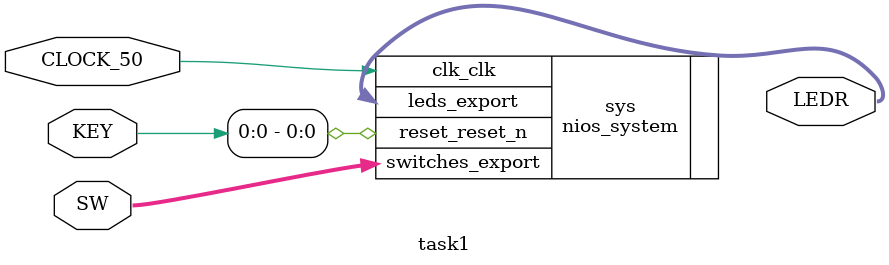
<source format=sv>
module task1(input logic CLOCK_50, input logic [3:0] KEY,
             input logic [9:0] SW, output logic [9:0] LEDR);

	nios_system sys(
		.clk_clk(CLOCK_50),
		.reset_reset_n(KEY[0]),
		.switches_export(SW),
		.leds_export(LEDR)
	);

endmodule: task1

</source>
